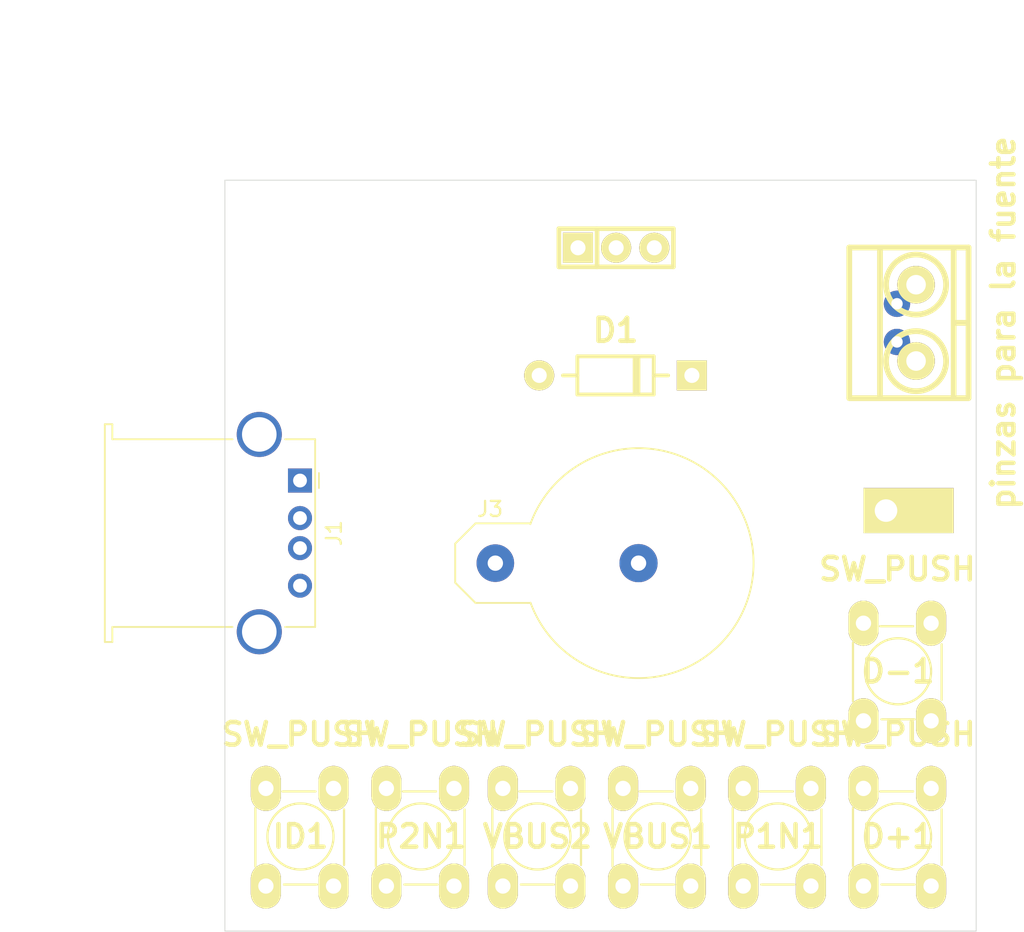
<source format=kicad_pcb>
(kicad_pcb (version 20171130) (host pcbnew "(5.1.4)-1")

  (general
    (thickness 1.6)
    (drawings 10)
    (tracks 0)
    (zones 0)
    (modules 13)
    (nets 11)
  )

  (page A4)
  (layers
    (0 F.Cu signal)
    (31 B.Cu signal)
    (32 B.Adhes user)
    (33 F.Adhes user)
    (34 B.Paste user)
    (35 F.Paste user)
    (36 B.SilkS user)
    (37 F.SilkS user)
    (38 B.Mask user)
    (39 F.Mask user)
    (40 Dwgs.User user)
    (41 Cmts.User user)
    (42 Eco1.User user)
    (43 Eco2.User user)
    (44 Edge.Cuts user)
    (45 Margin user)
    (46 B.CrtYd user)
    (47 F.CrtYd user)
    (48 B.Fab user)
    (49 F.Fab user)
  )

  (setup
    (last_trace_width 0.25)
    (trace_clearance 0.2)
    (zone_clearance 0.508)
    (zone_45_only no)
    (trace_min 0.2)
    (via_size 0.8)
    (via_drill 0.4)
    (via_min_size 0.4)
    (via_min_drill 0.3)
    (uvia_size 0.3)
    (uvia_drill 0.1)
    (uvias_allowed no)
    (uvia_min_size 0.2)
    (uvia_min_drill 0.1)
    (edge_width 0.05)
    (segment_width 0.2)
    (pcb_text_width 0.3)
    (pcb_text_size 1.5 1.5)
    (mod_edge_width 0.12)
    (mod_text_size 1 1)
    (mod_text_width 0.15)
    (pad_size 1.524 1.524)
    (pad_drill 0.762)
    (pad_to_mask_clearance 0.051)
    (solder_mask_min_width 0.25)
    (aux_axis_origin 0 0)
    (visible_elements FFFFFF7F)
    (pcbplotparams
      (layerselection 0x010fc_ffffffff)
      (usegerberextensions false)
      (usegerberattributes false)
      (usegerberadvancedattributes false)
      (creategerberjobfile false)
      (excludeedgelayer true)
      (linewidth 0.100000)
      (plotframeref false)
      (viasonmask false)
      (mode 1)
      (useauxorigin false)
      (hpglpennumber 1)
      (hpglpenspeed 20)
      (hpglpendiameter 15.000000)
      (psnegative false)
      (psa4output false)
      (plotreference true)
      (plotvalue true)
      (plotinvisibletext false)
      (padsonsilk false)
      (subtractmaskfromsilk false)
      (outputformat 1)
      (mirror false)
      (drillshape 1)
      (scaleselection 1)
      (outputdirectory ""))
  )

  (net 0 "")
  (net 1 "Net-(D1-Pad1)")
  (net 2 "Net-(D1-Pad2)")
  (net 3 GND)
  (net 4 "Net-(D+1-Pad1)")
  (net 5 "Net-(D-1-Pad1)")
  (net 6 "Net-(ID1-Pad1)")
  (net 7 "Net-(J1-Pad5)")
  (net 8 "Net-(J1-Pad1)")
  (net 9 "Net-(J1-Pad4)")
  (net 10 "Net-(J2-Pad2)")

  (net_class Default "Esta es la clase de red por defecto."
    (clearance 0.2)
    (trace_width 0.25)
    (via_dia 0.8)
    (via_drill 0.4)
    (uvia_dia 0.3)
    (uvia_drill 0.1)
    (add_net GND)
    (add_net "Net-(D+1-Pad1)")
    (add_net "Net-(D-1-Pad1)")
    (add_net "Net-(D1-Pad1)")
    (add_net "Net-(D1-Pad2)")
    (add_net "Net-(ID1-Pad1)")
    (add_net "Net-(J1-Pad1)")
    (add_net "Net-(J1-Pad4)")
    (add_net "Net-(J1-Pad5)")
    (add_net "Net-(J2-Pad2)")
  )

  (module EESTN5:DO-41 (layer F.Cu) (tedit 59F5BF67) (tstamp 60E6101B)
    (at 126 93)
    (descr "Diode, DO-41 package")
    (tags "Diode DO-41 DO41")
    (path /60E51C5A)
    (fp_text reference D1 (at 0 -3) (layer F.SilkS)
      (effects (font (size 1.524 1.524) (thickness 0.3048)))
    )
    (fp_text value DIODE (at 0 3) (layer F.SilkS) hide
      (effects (font (size 1.524 1.524) (thickness 0.3048)))
    )
    (fp_line (start 1.524 1.27) (end 1.524 -1.27) (layer F.SilkS) (width 0.254))
    (fp_line (start 1.27 -1.27) (end 1.27 1.27) (layer F.SilkS) (width 0.254))
    (fp_line (start -2.54 -1.27) (end -2.54 1.27) (layer F.SilkS) (width 0.254))
    (fp_line (start 2.54 -1.27) (end 2.54 1.27) (layer F.SilkS) (width 0.254))
    (fp_line (start -2.54 -1.27) (end 2.54 -1.27) (layer F.SilkS) (width 0.254))
    (fp_line (start 2.54 1.27) (end -2.54 1.27) (layer F.SilkS) (width 0.254))
    (fp_line (start 3.5 0) (end 2.54 0) (layer F.SilkS) (width 0.254))
    (fp_line (start -2.54 0) (end -3.5 0) (layer F.SilkS) (width 0.254))
    (pad 1 thru_hole circle (at -5.08 0) (size 1.99898 1.99898) (drill 1.00076) (layers *.Cu *.Mask F.SilkS)
      (net 1 "Net-(D1-Pad1)"))
    (pad 2 thru_hole rect (at 5.08 0) (size 1.99898 1.99898) (drill 1.00076) (layers *.Cu *.Mask F.SilkS)
      (net 2 "Net-(D1-Pad2)"))
    (model DO-41.wrl
      (at (xyz 0 0 0))
      (scale (xyz 1 1 1))
      (rotate (xyz 0 0 0))
    )
  )

  (module EESTN5:Pulsador_TH_4 (layer F.Cu) (tedit 5AC5EC5F) (tstamp 60E61028)
    (at 144.75 123.75)
    (path /60E4CD67)
    (fp_text reference D+1 (at 0.05 -0.05) (layer F.SilkS)
      (effects (font (size 1.5 1.5) (thickness 0.3)))
    )
    (fp_text value SW_PUSH (at 0 -6.85) (layer F.SilkS)
      (effects (font (size 1.5 1.5) (thickness 0.3)))
    )
    (fp_line (start -2.95 -1.95) (end -2.95 1.95) (layer F.SilkS) (width 0.15))
    (fp_line (start -1.05 3.15) (end 1.15 3.15) (layer F.SilkS) (width 0.15))
    (fp_line (start 2.95 -1.85) (end 2.95 1.85) (layer F.SilkS) (width 0.15))
    (fp_line (start -1.15 -3.05) (end 1.05 -3.05) (layer F.SilkS) (width 0.15))
    (fp_circle (center 0.05 -0.05) (end 0.05 2.15) (layer F.SilkS) (width 0.15))
    (pad 3 thru_hole oval (at -2.25 -3.25) (size 2 3) (drill 1.016) (layers *.Cu *.Mask F.SilkS)
      (net 3 GND))
    (pad 1 thru_hole oval (at 2.25 -3.25) (size 2 3) (drill 1.016) (layers *.Cu *.Mask F.SilkS)
      (net 4 "Net-(D+1-Pad1)"))
    (pad 2 thru_hole oval (at 2.25 3.25) (size 2 3) (drill 1.016) (layers *.Cu *.Mask F.SilkS)
      (net 4 "Net-(D+1-Pad1)"))
    (pad 4 thru_hole oval (at -2.25 3.25) (size 2 3) (drill 1.016) (layers *.Cu *.Mask F.SilkS)
      (net 3 GND))
    (model Tact_Switch_7mm_TH.wrl
      (at (xyz 0 0 0))
      (scale (xyz 1 1 1))
      (rotate (xyz 0 0 0))
    )
  )

  (module EESTN5:Pulsador_TH_4 (layer F.Cu) (tedit 5AC5EC5F) (tstamp 60E61035)
    (at 144.75 112.75)
    (path /60E4CFCB)
    (fp_text reference D-1 (at 0.05 -0.05) (layer F.SilkS)
      (effects (font (size 1.5 1.5) (thickness 0.3)))
    )
    (fp_text value SW_PUSH (at 0 -6.85) (layer F.SilkS)
      (effects (font (size 1.5 1.5) (thickness 0.3)))
    )
    (fp_line (start -2.95 -1.95) (end -2.95 1.95) (layer F.SilkS) (width 0.15))
    (fp_line (start -1.05 3.15) (end 1.15 3.15) (layer F.SilkS) (width 0.15))
    (fp_line (start 2.95 -1.85) (end 2.95 1.85) (layer F.SilkS) (width 0.15))
    (fp_line (start -1.15 -3.05) (end 1.05 -3.05) (layer F.SilkS) (width 0.15))
    (fp_circle (center 0.05 -0.05) (end 0.05 2.15) (layer F.SilkS) (width 0.15))
    (pad 3 thru_hole oval (at -2.25 -3.25) (size 2 3) (drill 1.016) (layers *.Cu *.Mask F.SilkS)
      (net 3 GND))
    (pad 1 thru_hole oval (at 2.25 -3.25) (size 2 3) (drill 1.016) (layers *.Cu *.Mask F.SilkS)
      (net 5 "Net-(D-1-Pad1)"))
    (pad 2 thru_hole oval (at 2.25 3.25) (size 2 3) (drill 1.016) (layers *.Cu *.Mask F.SilkS)
      (net 5 "Net-(D-1-Pad1)"))
    (pad 4 thru_hole oval (at -2.25 3.25) (size 2 3) (drill 1.016) (layers *.Cu *.Mask F.SilkS)
      (net 3 GND))
    (model Tact_Switch_7mm_TH.wrl
      (at (xyz 0 0 0))
      (scale (xyz 1 1 1))
      (rotate (xyz 0 0 0))
    )
  )

  (module EESTN5:Pulsador_TH_4 (layer F.Cu) (tedit 5AC5EC5F) (tstamp 60E61042)
    (at 104.98 123.75)
    (path /60E4D2ED)
    (fp_text reference ID1 (at 0.05 -0.05) (layer F.SilkS)
      (effects (font (size 1.5 1.5) (thickness 0.3)))
    )
    (fp_text value SW_PUSH (at 0 -6.85) (layer F.SilkS)
      (effects (font (size 1.5 1.5) (thickness 0.3)))
    )
    (fp_circle (center 0.05 -0.05) (end 0.05 2.15) (layer F.SilkS) (width 0.15))
    (fp_line (start -1.15 -3.05) (end 1.05 -3.05) (layer F.SilkS) (width 0.15))
    (fp_line (start 2.95 -1.85) (end 2.95 1.85) (layer F.SilkS) (width 0.15))
    (fp_line (start -1.05 3.15) (end 1.15 3.15) (layer F.SilkS) (width 0.15))
    (fp_line (start -2.95 -1.95) (end -2.95 1.95) (layer F.SilkS) (width 0.15))
    (pad 4 thru_hole oval (at -2.25 3.25) (size 2 3) (drill 1.016) (layers *.Cu *.Mask F.SilkS)
      (net 3 GND))
    (pad 2 thru_hole oval (at 2.25 3.25) (size 2 3) (drill 1.016) (layers *.Cu *.Mask F.SilkS)
      (net 6 "Net-(ID1-Pad1)"))
    (pad 1 thru_hole oval (at 2.25 -3.25) (size 2 3) (drill 1.016) (layers *.Cu *.Mask F.SilkS)
      (net 6 "Net-(ID1-Pad1)"))
    (pad 3 thru_hole oval (at -2.25 -3.25) (size 2 3) (drill 1.016) (layers *.Cu *.Mask F.SilkS)
      (net 3 GND))
    (model Tact_Switch_7mm_TH.wrl
      (at (xyz 0 0 0))
      (scale (xyz 1 1 1))
      (rotate (xyz 0 0 0))
    )
  )

  (module Connector_USB:USB_A_Stewart_SS-52100-001_Horizontal (layer F.Cu) (tedit 5CB49A87) (tstamp 60E61076)
    (at 105 100 270)
    (descr "USB A connector https://belfuse.com/resources/drawings/stewartconnector/dr-stw-ss-52100-001.pdf")
    (tags "USB_A Female Connector receptacle")
    (path /60E66684)
    (fp_text reference J1 (at 3.5 -2.26 90) (layer F.SilkS)
      (effects (font (size 1 1) (thickness 0.15)))
    )
    (fp_text value USB_A (at 3.5 14.49 90) (layer F.Fab)
      (effects (font (size 1 1) (thickness 0.15)))
    )
    (fp_line (start 10.25 4.74) (end 11.25 4.74) (layer F.CrtYd) (width 0.05))
    (fp_line (start 10.25 11.99) (end 10.25 4.74) (layer F.CrtYd) (width 0.05))
    (fp_line (start 11.25 11.99) (end 10.25 11.99) (layer F.CrtYd) (width 0.05))
    (fp_line (start 11.25 13.49) (end 11.25 11.99) (layer F.CrtYd) (width 0.05))
    (fp_line (start -4.25 13.49) (end 11.25 13.49) (layer F.CrtYd) (width 0.05))
    (fp_line (start -4.25 11.99) (end -4.25 13.49) (layer F.CrtYd) (width 0.05))
    (fp_line (start -3.25 11.99) (end -4.25 11.99) (layer F.CrtYd) (width 0.05))
    (fp_line (start -3.25 4.74) (end -3.25 11.99) (layer F.CrtYd) (width 0.05))
    (fp_line (start 0 -0.76) (end 0.25 -1.01) (layer F.Fab) (width 0.1))
    (fp_line (start -0.25 -1.01) (end 0 -0.76) (layer F.Fab) (width 0.1))
    (fp_line (start -0.5 -1.26) (end 0.5 -1.26) (layer F.SilkS) (width 0.12))
    (fp_line (start -3.75 12.49) (end -3.75 12.99) (layer F.SilkS) (width 0.12))
    (fp_line (start -2.75 12.49) (end -3.75 12.49) (layer F.SilkS) (width 0.12))
    (fp_line (start -2.75 4.49) (end -2.75 12.49) (layer F.SilkS) (width 0.12))
    (fp_line (start -2.75 -1.01) (end -2.75 0.99) (layer F.SilkS) (width 0.12))
    (fp_line (start 9.75 -1.01) (end -2.75 -1.01) (layer F.SilkS) (width 0.12))
    (fp_line (start 9.75 0.99) (end 9.75 -1.01) (layer F.SilkS) (width 0.12))
    (fp_line (start 9.75 12.49) (end 9.75 4.49) (layer F.SilkS) (width 0.12))
    (fp_line (start 10.75 12.49) (end 9.75 12.49) (layer F.SilkS) (width 0.12))
    (fp_line (start 10.75 12.99) (end 10.75 12.49) (layer F.SilkS) (width 0.12))
    (fp_line (start -3.75 12.99) (end 10.75 12.99) (layer F.SilkS) (width 0.12))
    (fp_text user %R (at 3.5 5.99 90) (layer F.Fab)
      (effects (font (size 1 1) (thickness 0.15)))
    )
    (fp_line (start 9.75 12.49) (end 9.75 -1.01) (layer F.Fab) (width 0.1))
    (fp_line (start -2.75 -1.01) (end 9.75 -1.01) (layer F.Fab) (width 0.1))
    (fp_line (start -2.75 12.49) (end -2.75 -1.01) (layer F.Fab) (width 0.1))
    (fp_line (start -3.75 12.99) (end 10.75 12.99) (layer F.Fab) (width 0.1))
    (fp_line (start -3.75 12.99) (end -3.75 12.49) (layer F.Fab) (width 0.1))
    (fp_line (start -3.75 12.49) (end -2.75 12.49) (layer F.Fab) (width 0.1))
    (fp_line (start 9.75 12.49) (end 10.75 12.49) (layer F.Fab) (width 0.1))
    (fp_line (start 10.75 12.49) (end 10.75 12.99) (layer F.Fab) (width 0.1))
    (fp_line (start 12.15 1.99) (end 11.25 0.69) (layer F.CrtYd) (width 0.05))
    (fp_line (start 10.25 0.69) (end 11.25 0.69) (layer F.CrtYd) (width 0.05))
    (fp_line (start 12.15 1.99) (end 12.15 3.44) (layer F.CrtYd) (width 0.05))
    (fp_line (start 10.25 0.69) (end 10.25 -1.51) (layer F.CrtYd) (width 0.05))
    (fp_line (start 10.25 -1.51) (end -3.25 -1.51) (layer F.CrtYd) (width 0.05))
    (fp_line (start -3.25 0.69) (end -3.25 -1.51) (layer F.CrtYd) (width 0.05))
    (fp_line (start 12.15 3.44) (end 11.25 4.74) (layer F.CrtYd) (width 0.05))
    (fp_line (start -3.25 0.69) (end -4.25 0.69) (layer F.CrtYd) (width 0.05))
    (fp_line (start -5.15 3.44) (end -4.25 4.74) (layer F.CrtYd) (width 0.05))
    (fp_line (start -3.25 4.74) (end -4.25 4.74) (layer F.CrtYd) (width 0.05))
    (fp_line (start -5.15 3.44) (end -5.15 1.99) (layer F.CrtYd) (width 0.05))
    (fp_line (start -5.15 1.99) (end -4.25 0.69) (layer F.CrtYd) (width 0.05))
    (pad 5 thru_hole circle (at 10.07 2.71 270) (size 3 3) (drill 2.3) (layers *.Cu *.Mask)
      (net 7 "Net-(J1-Pad5)"))
    (pad 5 thru_hole circle (at -3.07 2.71 270) (size 3 3) (drill 2.3) (layers *.Cu *.Mask)
      (net 7 "Net-(J1-Pad5)"))
    (pad 1 thru_hole rect (at 0 0 270) (size 1.6 1.6) (drill 0.92) (layers *.Cu *.Mask)
      (net 8 "Net-(J1-Pad1)"))
    (pad 2 thru_hole circle (at 2.5 0 270) (size 1.6 1.6) (drill 0.92) (layers *.Cu *.Mask)
      (net 4 "Net-(D+1-Pad1)"))
    (pad 3 thru_hole circle (at 4.5 0 270) (size 1.6 1.6) (drill 0.92) (layers *.Cu *.Mask)
      (net 5 "Net-(D-1-Pad1)"))
    (pad 4 thru_hole circle (at 7 0 270) (size 1.6 1.6) (drill 0.92) (layers *.Cu *.Mask)
      (net 9 "Net-(J1-Pad4)"))
    (model ${KISYS3DMOD}/Connector_USB.3dshapes/USB_A_Stewart_SS-52100-001_Horizontal.wrl
      (at (xyz 0 0 0))
      (scale (xyz 1 1 1))
      (rotate (xyz 0 0 0))
    )
  )

  (module EESTN5:Pin_Strip_3 (layer F.Cu) (tedit 5B0FC7A5) (tstamp 60E61082)
    (at 126.04 84.5)
    (descr "Pin strip 3x2pin")
    (tags "CONN DEV")
    (path /60E998D8)
    (fp_text reference J2 (at 0 -2.7) (layer F.SilkS) hide
      (effects (font (size 1.5 1.5) (thickness 0.3)))
    )
    (fp_text value llave (at 0.2 -4.2) (layer F.SilkS) hide
      (effects (font (size 1.016 0.889) (thickness 0.2032)))
    )
    (fp_line (start 3.81 -1.27) (end 3.81 1.27) (layer F.SilkS) (width 0.3048))
    (fp_line (start 3.81 1.27) (end -3.81 1.27) (layer F.SilkS) (width 0.3048))
    (fp_line (start -3.81 -1.27) (end 3.81 -1.27) (layer F.SilkS) (width 0.3048))
    (fp_line (start -1.27 -1.27) (end -1.27 1.27) (layer F.SilkS) (width 0.3048))
    (fp_line (start -3.81 -1.27) (end -3.81 1.27) (layer F.SilkS) (width 0.3048))
    (pad 1 thru_hole rect (at -2.54 0) (size 2 2) (drill 1) (layers *.Cu *.Mask F.SilkS)
      (net 2 "Net-(D1-Pad2)"))
    (pad 2 thru_hole oval (at 0 0) (size 2 2) (drill 1) (layers *.Cu *.Mask F.SilkS)
      (net 10 "Net-(J2-Pad2)"))
    (pad 3 thru_hole oval (at 2.54 0) (size 2 2) (drill 1) (layers *.Cu *.Mask F.SilkS)
      (net 9 "Net-(J1-Pad4)"))
    (model Pin_Strip_3_2.54.wrl
      (at (xyz 0 0 0))
      (scale (xyz 1 1 1))
      (rotate (xyz 0 0 0))
    )
  )

  (module Battery:BatteryHolder_Keystone_500 (layer F.Cu) (tedit 5C1118DA) (tstamp 60E6109E)
    (at 118 105.5)
    (descr "Keystone #500, CR1220 battery holder, http://www.keyelco.com/product-pdf.cfm?p=710")
    (tags "CR1220 battery holder")
    (path /60E51976)
    (fp_text reference J3 (at -0.35 -3.6) (layer F.SilkS)
      (effects (font (size 1 1) (thickness 0.15)))
    )
    (fp_text value bateria (at 9.55 8.85) (layer F.Fab)
      (effects (font (size 1 1) (thickness 0.15)))
    )
    (fp_text user %R (at 7.275 0) (layer F.Fab)
      (effects (font (size 1 1) (thickness 0.15)))
    )
    (fp_line (start 2.23 2.95) (end -1.42 2.95) (layer F.CrtYd) (width 0.05))
    (fp_line (start -1.42 2.95) (end -2.92 1.45) (layer F.CrtYd) (width 0.05))
    (fp_line (start -2.92 1.45) (end -2.92 -1.4) (layer F.CrtYd) (width 0.05))
    (fp_line (start -2.92 -1.4) (end -1.47 -2.85) (layer F.CrtYd) (width 0.05))
    (fp_line (start -1.47 -2.85) (end 2.18 -2.85) (layer F.CrtYd) (width 0.05))
    (fp_line (start 2.33 2.65) (end -1.32 2.65) (layer F.SilkS) (width 0.12))
    (fp_line (start -1.32 2.65) (end -2.67 1.3) (layer F.SilkS) (width 0.12))
    (fp_line (start -2.67 1.3) (end -2.67 -1.3) (layer F.SilkS) (width 0.12))
    (fp_line (start -2.67 -1.3) (end -1.32 -2.65) (layer F.SilkS) (width 0.12))
    (fp_line (start -1.32 -2.65) (end 2.33 -2.65) (layer F.SilkS) (width 0.12))
    (fp_line (start -1.27 2.54) (end 2.41 2.54) (layer F.Fab) (width 0.1))
    (fp_line (start -1.27 -2.54) (end 2.41 -2.54) (layer F.Fab) (width 0.1))
    (fp_line (start -1.27 2.54) (end -2.54 1.27) (layer F.Fab) (width 0.1))
    (fp_line (start -2.54 1.27) (end -2.54 -1.27) (layer F.Fab) (width 0.1))
    (fp_line (start -2.54 -1.27) (end -1.27 -2.54) (layer F.Fab) (width 0.1))
    (fp_line (start 13.08 -4.32) (end 14.61 -5.59) (layer F.Fab) (width 0.1))
    (fp_line (start 13.08 4.32) (end 14.61 5.59) (layer F.Fab) (width 0.1))
    (fp_circle (center 9.53 0) (end 3.94 0) (layer F.Fab) (width 0.1))
    (fp_circle (center 9.53 0) (end 2.41 2.54) (layer F.Fab) (width 0.1))
    (fp_arc (start 9.53 0) (end 2.18 -2.85) (angle 317) (layer F.CrtYd) (width 0.05))
    (fp_arc (start 9.53 0) (end 2.33 -2.6) (angle 320) (layer F.SilkS) (width 0.12))
    (pad 1 thru_hole circle (at 0 0) (size 2.5 2.5) (drill 1.02) (layers *.Cu *.Mask)
      (net 3 GND))
    (pad 2 thru_hole circle (at 9.53 0) (size 2.54 2.54) (drill 1.02) (layers *.Cu *.Mask)
      (net 1 "Net-(D1-Pad1)"))
    (model ${KISYS3DMOD}/Battery.3dshapes/BatteryHolder_Keystone_500.wrl
      (at (xyz 0 0 0))
      (scale (xyz 1 1 1))
      (rotate (xyz 0 0 0))
    )
  )

  (module EESTN5:BORNERA2_DUO (layer F.Cu) (tedit 5D867F01) (tstamp 60E610AF)
    (at 146 89.5 90)
    (descr "2-way 5.08mm pitch terminal block, Phoenix MKDS series")
    (path /60E520B7)
    (fp_text reference J4 (at 0 -6.7 90) (layer F.SilkS) hide
      (effects (font (size 1.5 1.5) (thickness 0.3)))
    )
    (fp_text value "pinzas para la fuente" (at 0 5.8 90) (layer F.SilkS)
      (effects (font (size 1.5 1.5) (thickness 0.3)))
    )
    (fp_line (start 0 2.54) (end 0 3.4845) (layer F.SilkS) (width 0.381))
    (fp_circle (center 2.55 0) (end 0.55 0) (layer F.SilkS) (width 0.381))
    (fp_circle (center -2.55 0) (end -0.55 0) (layer F.SilkS) (width 0.381))
    (fp_line (start -5 2.5) (end 5 2.5) (layer F.SilkS) (width 0.381))
    (fp_line (start -5 -2.4) (end 5 -2.4) (layer F.SilkS) (width 0.381))
    (fp_line (start -4.9835 3.4925) (end 5.0165 3.4925) (layer F.SilkS) (width 0.381))
    (fp_line (start 5.0165 3.4925) (end 5.0165 -4.445) (layer F.SilkS) (width 0.381))
    (fp_line (start 5.0165 -4.445) (end -4.9835 -4.445) (layer F.SilkS) (width 0.381))
    (fp_line (start -5.0165 -4.445) (end -5.0165 3.4925) (layer F.SilkS) (width 0.381))
    (pad 1 thru_hole circle (at -2.54 0 90) (size 2.5 2.5) (drill 1.3) (layers *.Cu *.Mask F.SilkS)
      (net 3 GND))
    (pad 2 thru_hole circle (at 2.54 0 90) (size 2.5 2.5) (drill 1.3) (layers *.Cu *.Mask F.SilkS)
      (net 10 "Net-(J2-Pad2)"))
    (pad 1 thru_hole circle (at -1.27 -1.27 90) (size 1.75 1.75) (drill 0.762) (layers *.Cu *.Mask)
      (net 3 GND))
    (pad 2 thru_hole circle (at 1.27 -1.27 90) (size 1.75 1.75) (drill 0.762) (layers *.Cu *.Mask)
      (net 10 "Net-(J2-Pad2)"))
    (model Bornera2_Azul.wrl
      (at (xyz 0 0 0))
      (scale (xyz 1 1 1))
      (rotate (xyz 0 0 0))
    )
  )

  (module EESTN5:Cable_1,5mm (layer F.Cu) (tedit 59A37F14) (tstamp 60E610B4)
    (at 144 102 90)
    (descr "Cable 1,5mm")
    (path /60E87DF4)
    (fp_text reference J5 (at 0 -2.794 90) (layer F.SilkS) hide
      (effects (font (size 1.524 1.524) (thickness 0.3048)))
    )
    (fp_text value HEADER_1 (at 4.826 0 90) (layer F.SilkS) hide
      (effects (font (size 1.524 1.524) (thickness 0.3048)))
    )
    (pad 1 thru_hole rect (at 0 0 90) (size 3 6) (drill 1.5 (offset 0 1.5)) (layers *.Cu F.SilkS)
      (net 6 "Net-(ID1-Pad1)"))
  )

  (module EESTN5:Pulsador_TH_4 (layer F.Cu) (tedit 5AC5EC5F) (tstamp 60E610C1)
    (at 136.75 123.75)
    (path /60E4D600)
    (fp_text reference P1N1 (at 0.05 -0.05) (layer F.SilkS)
      (effects (font (size 1.5 1.5) (thickness 0.3)))
    )
    (fp_text value SW_PUSH (at 0 -6.85) (layer F.SilkS)
      (effects (font (size 1.5 1.5) (thickness 0.3)))
    )
    (fp_line (start -2.95 -1.95) (end -2.95 1.95) (layer F.SilkS) (width 0.15))
    (fp_line (start -1.05 3.15) (end 1.15 3.15) (layer F.SilkS) (width 0.15))
    (fp_line (start 2.95 -1.85) (end 2.95 1.85) (layer F.SilkS) (width 0.15))
    (fp_line (start -1.15 -3.05) (end 1.05 -3.05) (layer F.SilkS) (width 0.15))
    (fp_circle (center 0.05 -0.05) (end 0.05 2.15) (layer F.SilkS) (width 0.15))
    (pad 3 thru_hole oval (at -2.25 -3.25) (size 2 3) (drill 1.016) (layers *.Cu *.Mask F.SilkS)
      (net 3 GND))
    (pad 1 thru_hole oval (at 2.25 -3.25) (size 2 3) (drill 1.016) (layers *.Cu *.Mask F.SilkS)
      (net 5 "Net-(D-1-Pad1)"))
    (pad 2 thru_hole oval (at 2.25 3.25) (size 2 3) (drill 1.016) (layers *.Cu *.Mask F.SilkS)
      (net 5 "Net-(D-1-Pad1)"))
    (pad 4 thru_hole oval (at -2.25 3.25) (size 2 3) (drill 1.016) (layers *.Cu *.Mask F.SilkS)
      (net 3 GND))
    (model Tact_Switch_7mm_TH.wrl
      (at (xyz 0 0 0))
      (scale (xyz 1 1 1))
      (rotate (xyz 0 0 0))
    )
  )

  (module EESTN5:Pulsador_TH_4 (layer F.Cu) (tedit 5AC5EC5F) (tstamp 60E610CE)
    (at 113 123.75)
    (path /60E4DE6B)
    (fp_text reference P2N1 (at 0.05 -0.05) (layer F.SilkS)
      (effects (font (size 1.5 1.5) (thickness 0.3)))
    )
    (fp_text value SW_PUSH (at 0 -6.85) (layer F.SilkS)
      (effects (font (size 1.5 1.5) (thickness 0.3)))
    )
    (fp_circle (center 0.05 -0.05) (end 0.05 2.15) (layer F.SilkS) (width 0.15))
    (fp_line (start -1.15 -3.05) (end 1.05 -3.05) (layer F.SilkS) (width 0.15))
    (fp_line (start 2.95 -1.85) (end 2.95 1.85) (layer F.SilkS) (width 0.15))
    (fp_line (start -1.05 3.15) (end 1.15 3.15) (layer F.SilkS) (width 0.15))
    (fp_line (start -2.95 -1.95) (end -2.95 1.95) (layer F.SilkS) (width 0.15))
    (pad 4 thru_hole oval (at -2.25 3.25) (size 2 3) (drill 1.016) (layers *.Cu *.Mask F.SilkS)
      (net 3 GND))
    (pad 2 thru_hole oval (at 2.25 3.25) (size 2 3) (drill 1.016) (layers *.Cu *.Mask F.SilkS)
      (net 4 "Net-(D+1-Pad1)"))
    (pad 1 thru_hole oval (at 2.25 -3.25) (size 2 3) (drill 1.016) (layers *.Cu *.Mask F.SilkS)
      (net 4 "Net-(D+1-Pad1)"))
    (pad 3 thru_hole oval (at -2.25 -3.25) (size 2 3) (drill 1.016) (layers *.Cu *.Mask F.SilkS)
      (net 3 GND))
    (model Tact_Switch_7mm_TH.wrl
      (at (xyz 0 0 0))
      (scale (xyz 1 1 1))
      (rotate (xyz 0 0 0))
    )
  )

  (module EESTN5:Pulsador_TH_4 (layer F.Cu) (tedit 5AC5EC5F) (tstamp 60E610DB)
    (at 128.75 123.75)
    (path /60E49F42)
    (fp_text reference VBUS1 (at 0.05 -0.05) (layer F.SilkS)
      (effects (font (size 1.5 1.5) (thickness 0.3)))
    )
    (fp_text value SW_PUSH (at 0 -6.85) (layer F.SilkS)
      (effects (font (size 1.5 1.5) (thickness 0.3)))
    )
    (fp_circle (center 0.05 -0.05) (end 0.05 2.15) (layer F.SilkS) (width 0.15))
    (fp_line (start -1.15 -3.05) (end 1.05 -3.05) (layer F.SilkS) (width 0.15))
    (fp_line (start 2.95 -1.85) (end 2.95 1.85) (layer F.SilkS) (width 0.15))
    (fp_line (start -1.05 3.15) (end 1.15 3.15) (layer F.SilkS) (width 0.15))
    (fp_line (start -2.95 -1.95) (end -2.95 1.95) (layer F.SilkS) (width 0.15))
    (pad 4 thru_hole oval (at -2.25 3.25) (size 2 3) (drill 1.016) (layers *.Cu *.Mask F.SilkS)
      (net 3 GND))
    (pad 2 thru_hole oval (at 2.25 3.25) (size 2 3) (drill 1.016) (layers *.Cu *.Mask F.SilkS)
      (net 8 "Net-(J1-Pad1)"))
    (pad 1 thru_hole oval (at 2.25 -3.25) (size 2 3) (drill 1.016) (layers *.Cu *.Mask F.SilkS)
      (net 8 "Net-(J1-Pad1)"))
    (pad 3 thru_hole oval (at -2.25 -3.25) (size 2 3) (drill 1.016) (layers *.Cu *.Mask F.SilkS)
      (net 3 GND))
    (model Tact_Switch_7mm_TH.wrl
      (at (xyz 0 0 0))
      (scale (xyz 1 1 1))
      (rotate (xyz 0 0 0))
    )
  )

  (module EESTN5:Pulsador_TH_4 (layer F.Cu) (tedit 5AC5EC5F) (tstamp 60E610E8)
    (at 120.75 123.75)
    (path /60E4E5DA)
    (fp_text reference VBUS2 (at 0.05 -0.05) (layer F.SilkS)
      (effects (font (size 1.5 1.5) (thickness 0.3)))
    )
    (fp_text value SW_PUSH (at 0 -6.85) (layer F.SilkS)
      (effects (font (size 1.5 1.5) (thickness 0.3)))
    )
    (fp_line (start -2.95 -1.95) (end -2.95 1.95) (layer F.SilkS) (width 0.15))
    (fp_line (start -1.05 3.15) (end 1.15 3.15) (layer F.SilkS) (width 0.15))
    (fp_line (start 2.95 -1.85) (end 2.95 1.85) (layer F.SilkS) (width 0.15))
    (fp_line (start -1.15 -3.05) (end 1.05 -3.05) (layer F.SilkS) (width 0.15))
    (fp_circle (center 0.05 -0.05) (end 0.05 2.15) (layer F.SilkS) (width 0.15))
    (pad 3 thru_hole oval (at -2.25 -3.25) (size 2 3) (drill 1.016) (layers *.Cu *.Mask F.SilkS)
      (net 3 GND))
    (pad 1 thru_hole oval (at 2.25 -3.25) (size 2 3) (drill 1.016) (layers *.Cu *.Mask F.SilkS)
      (net 8 "Net-(J1-Pad1)"))
    (pad 2 thru_hole oval (at 2.25 3.25) (size 2 3) (drill 1.016) (layers *.Cu *.Mask F.SilkS)
      (net 8 "Net-(J1-Pad1)"))
    (pad 4 thru_hole oval (at -2.25 3.25) (size 2 3) (drill 1.016) (layers *.Cu *.Mask F.SilkS)
      (net 3 GND))
    (model Tact_Switch_7mm_TH.wrl
      (at (xyz 0 0 0))
      (scale (xyz 1 1 1))
      (rotate (xyz 0 0 0))
    )
  )

  (gr_line (start 100 105) (end 150 105) (layer Dwgs.User) (width 0.15))
  (gr_line (start 125 80) (end 125 130) (layer Dwgs.User) (width 0.15))
  (dimension 25 (width 0.15) (layer Dwgs.User)
    (gr_text "25,000 mm" (at 98.7 92.5 270) (layer Dwgs.User)
      (effects (font (size 1 1) (thickness 0.15)))
    )
    (feature1 (pts (xy 100 105) (xy 99.413579 105)))
    (feature2 (pts (xy 100 80) (xy 99.413579 80)))
    (crossbar (pts (xy 100 80) (xy 100 105)))
    (arrow1a (pts (xy 100 105) (xy 99.413579 103.873496)))
    (arrow1b (pts (xy 100 105) (xy 100.586421 103.873496)))
    (arrow2a (pts (xy 100 80) (xy 99.413579 81.126504)))
    (arrow2b (pts (xy 100 80) (xy 100.586421 81.126504)))
  )
  (dimension 25 (width 0.15) (layer Dwgs.User)
    (gr_text "25,000 mm" (at 112.5 73.7) (layer Dwgs.User)
      (effects (font (size 1 1) (thickness 0.15)))
    )
    (feature1 (pts (xy 125 80) (xy 125 74.413579)))
    (feature2 (pts (xy 100 80) (xy 100 74.413579)))
    (crossbar (pts (xy 100 75) (xy 125 75)))
    (arrow1a (pts (xy 125 75) (xy 123.873496 75.586421)))
    (arrow1b (pts (xy 125 75) (xy 123.873496 74.413579)))
    (arrow2a (pts (xy 100 75) (xy 101.126504 75.586421)))
    (arrow2b (pts (xy 100 75) (xy 101.126504 74.413579)))
  )
  (gr_line (start 150 80) (end 150 130) (layer Edge.Cuts) (width 0.05) (tstamp 60E60C8D))
  (gr_line (start 150 80) (end 100 80) (layer Edge.Cuts) (width 0.05) (tstamp 60E60C8C))
  (gr_line (start 100 130) (end 150 130) (layer Edge.Cuts) (width 0.05))
  (gr_line (start 100 80) (end 100 130) (layer Edge.Cuts) (width 0.05))
  (dimension 50 (width 0.15) (layer Dwgs.User)
    (gr_text "50,000 mm" (at 125 68.7) (layer Dwgs.User)
      (effects (font (size 1 1) (thickness 0.15)))
    )
    (feature1 (pts (xy 150 80) (xy 150 69.413579)))
    (feature2 (pts (xy 100 80) (xy 100 69.413579)))
    (crossbar (pts (xy 100 70) (xy 150 70)))
    (arrow1a (pts (xy 150 70) (xy 148.873496 70.586421)))
    (arrow1b (pts (xy 150 70) (xy 148.873496 69.413579)))
    (arrow2a (pts (xy 100 70) (xy 101.126504 70.586421)))
    (arrow2b (pts (xy 100 70) (xy 101.126504 69.413579)))
  )
  (dimension 50 (width 0.15) (layer Dwgs.User)
    (gr_text "50,000 mm" (at 88.7 105 90) (layer Dwgs.User)
      (effects (font (size 1 1) (thickness 0.15)))
    )
    (feature1 (pts (xy 100 80) (xy 89.413579 80)))
    (feature2 (pts (xy 100 130) (xy 89.413579 130)))
    (crossbar (pts (xy 90 130) (xy 90 80)))
    (arrow1a (pts (xy 90 80) (xy 90.586421 81.126504)))
    (arrow1b (pts (xy 90 80) (xy 89.413579 81.126504)))
    (arrow2a (pts (xy 90 130) (xy 90.586421 128.873496)))
    (arrow2b (pts (xy 90 130) (xy 89.413579 128.873496)))
  )

)

</source>
